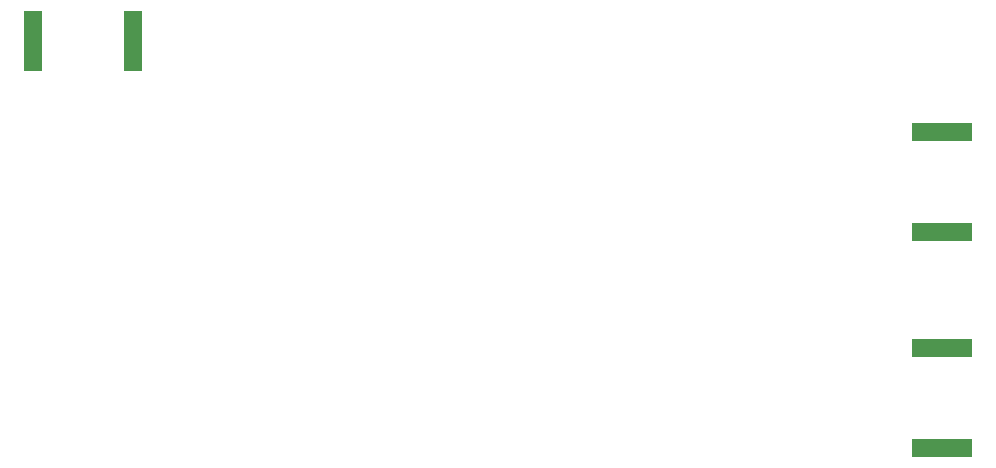
<source format=gbr>
G04 #@! TF.GenerationSoftware,KiCad,Pcbnew,(6.0.0-rc1-dev-1154-gcbd13c712)*
G04 #@! TF.CreationDate,2018-11-28T14:30:39+08:00*
G04 #@! TF.ProjectId,8330_EVA,38333330-5f45-4564-912e-6b696361645f,rev?*
G04 #@! TF.SameCoordinates,Original*
G04 #@! TF.FileFunction,Paste,Bot*
G04 #@! TF.FilePolarity,Positive*
%FSLAX46Y46*%
G04 Gerber Fmt 4.6, Leading zero omitted, Abs format (unit mm)*
G04 Created by KiCad (PCBNEW (6.0.0-rc1-dev-1154-gcbd13c712)) date 2018/11/28 14:30:39*
%MOMM*%
%LPD*%
G01*
G04 APERTURE LIST*
%ADD10R,1.500000X5.080000*%
%ADD11R,5.080000X1.500000*%
G04 APERTURE END LIST*
D10*
G04 #@! TO.C,J2*
X129345000Y-51435000D03*
X120845000Y-51435000D03*
G04 #@! TD*
D11*
G04 #@! TO.C,J4*
X197866000Y-85875440D03*
X197866000Y-77375440D03*
G04 #@! TD*
G04 #@! TO.C,J5*
X197866000Y-59123000D03*
X197866000Y-67623000D03*
G04 #@! TD*
M02*

</source>
